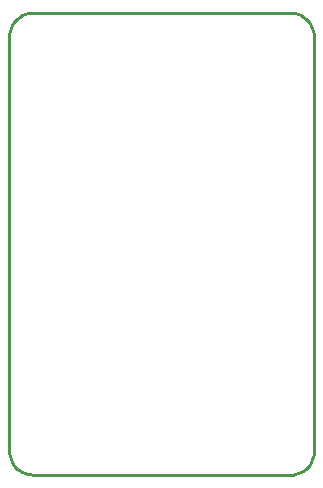
<source format=gm1>
G04*
G04 #@! TF.GenerationSoftware,Altium Limited,Altium Designer,21.7.2 (23)*
G04*
G04 Layer_Color=16711935*
%FSLAX25Y25*%
%MOIN*%
G70*
G04*
G04 #@! TF.SameCoordinates,0BC4D904-7686-419A-8D3B-CA4FD0BABD65*
G04*
G04*
G04 #@! TF.FilePolarity,Positive*
G04*
G01*
G75*
%ADD13C,0.01000*%
D13*
X0Y7062D02*
X178Y6107D01*
X470Y5181D01*
X871Y4297D01*
X1376Y3467D01*
X1976Y2704D01*
X2664Y2018D01*
X3430Y1420D01*
X4262Y919D01*
X5148Y521D01*
X6075Y233D01*
X7030Y58D01*
X8000Y0D01*
X7062Y154000D02*
X6107Y153822D01*
X5181Y153530D01*
X4297Y153129D01*
X3467Y152624D01*
X2704Y152024D01*
X2018Y151336D01*
X1420Y150570D01*
X919Y149738D01*
X521Y148852D01*
X233Y147925D01*
X58Y146969D01*
X0Y146000D01*
X94465Y-68D02*
X95420Y110D01*
X96346Y402D01*
X97231Y803D01*
X98061Y1307D01*
X98824Y1908D01*
X99510Y2596D01*
X100107Y3362D01*
X100609Y4193D01*
X101006Y5079D01*
X101295Y6007D01*
X101469Y6962D01*
X101528Y7932D01*
X101500Y146938D02*
X101322Y147892D01*
X101030Y148819D01*
X100629Y149703D01*
X100124Y150533D01*
X99524Y151296D01*
X98836Y151982D01*
X98070Y152580D01*
X97238Y153081D01*
X96352Y153479D01*
X95425Y153767D01*
X94469Y153942D01*
X93500Y154000D01*
X-0Y146500D02*
X0Y7000D01*
X7062Y154000D02*
X93500Y154000D01*
X8000Y-0D02*
X94500Y0D01*
X101500Y147000D02*
X101500Y7869D01*
X0Y7062D02*
X178Y6107D01*
X470Y5181D01*
X871Y4297D01*
X1376Y3467D01*
X1976Y2704D01*
X2664Y2018D01*
X3430Y1420D01*
X4262Y919D01*
X5148Y521D01*
X6075Y233D01*
X7030Y58D01*
X8000Y0D01*
X7062Y154000D02*
X6107Y153822D01*
X5181Y153530D01*
X4297Y153129D01*
X3467Y152624D01*
X2704Y152024D01*
X2018Y151336D01*
X1420Y150570D01*
X919Y149738D01*
X521Y148852D01*
X233Y147925D01*
X58Y146969D01*
X0Y146000D01*
X94465Y-68D02*
X95420Y110D01*
X96346Y402D01*
X97231Y803D01*
X98061Y1307D01*
X98824Y1908D01*
X99510Y2596D01*
X100107Y3362D01*
X100609Y4193D01*
X101006Y5079D01*
X101295Y6007D01*
X101469Y6962D01*
X101528Y7932D01*
X101500Y146938D02*
X101322Y147892D01*
X101030Y148819D01*
X100629Y149703D01*
X100124Y150533D01*
X99524Y151296D01*
X98836Y151982D01*
X98070Y152580D01*
X97238Y153081D01*
X96352Y153479D01*
X95425Y153767D01*
X94469Y153942D01*
X93500Y154000D01*
X-0Y146500D02*
X0Y7000D01*
X7062Y154000D02*
X93500Y154000D01*
X8000Y-0D02*
X94500Y0D01*
X101500Y147000D02*
X101500Y7869D01*
M02*

</source>
